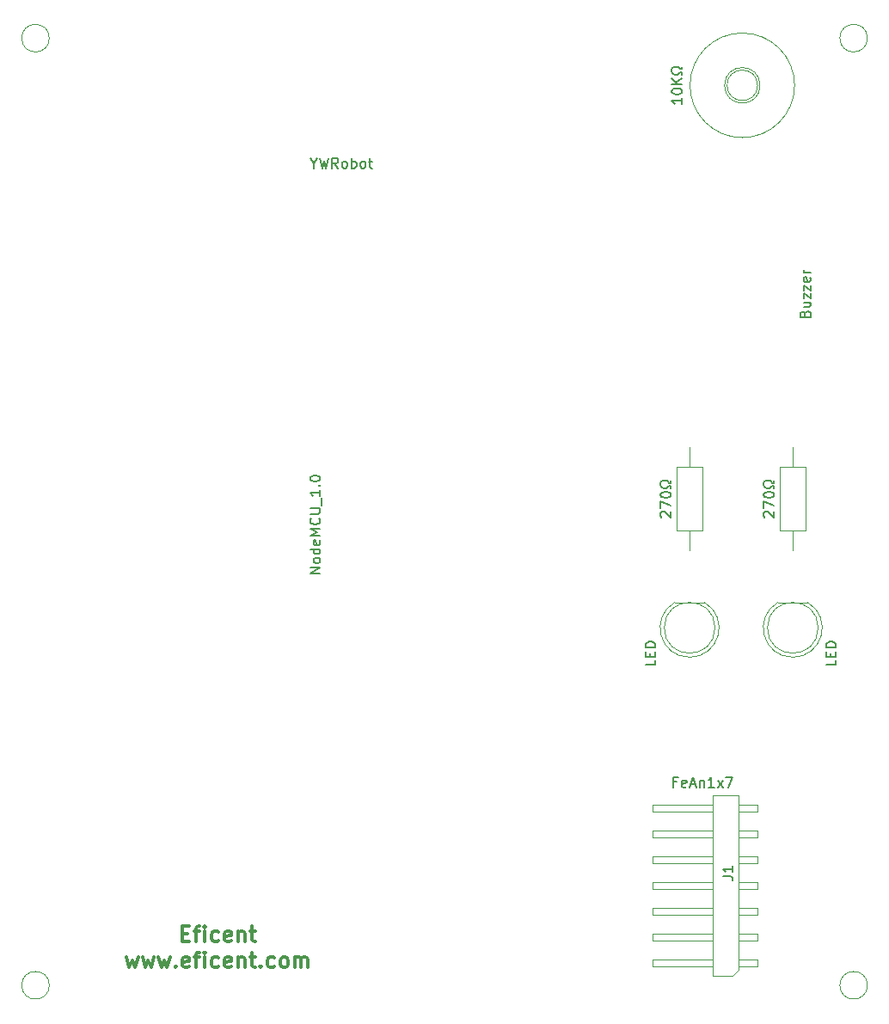
<source format=gbr>
G04 #@! TF.FileFunction,Other,Fab,Top*
%FSLAX46Y46*%
G04 Gerber Fmt 4.6, Leading zero omitted, Abs format (unit mm)*
G04 Created by KiCad (PCBNEW 4.0.7-e2-6376~58~ubuntu16.04.1) date Fri Feb  2 08:04:35 2018*
%MOMM*%
%LPD*%
G01*
G04 APERTURE LIST*
%ADD10C,0.100000*%
%ADD11C,0.300000*%
%ADD12C,0.150000*%
G04 APERTURE END LIST*
D10*
D11*
X129113400Y-149493857D02*
X129613400Y-149493857D01*
X129827686Y-150279571D02*
X129113400Y-150279571D01*
X129113400Y-148779571D01*
X129827686Y-148779571D01*
X130256257Y-149279571D02*
X130827686Y-149279571D01*
X130470543Y-150279571D02*
X130470543Y-148993857D01*
X130541971Y-148851000D01*
X130684829Y-148779571D01*
X130827686Y-148779571D01*
X131327686Y-150279571D02*
X131327686Y-149279571D01*
X131327686Y-148779571D02*
X131256257Y-148851000D01*
X131327686Y-148922429D01*
X131399114Y-148851000D01*
X131327686Y-148779571D01*
X131327686Y-148922429D01*
X132684829Y-150208143D02*
X132541972Y-150279571D01*
X132256258Y-150279571D01*
X132113400Y-150208143D01*
X132041972Y-150136714D01*
X131970543Y-149993857D01*
X131970543Y-149565286D01*
X132041972Y-149422429D01*
X132113400Y-149351000D01*
X132256258Y-149279571D01*
X132541972Y-149279571D01*
X132684829Y-149351000D01*
X133899114Y-150208143D02*
X133756257Y-150279571D01*
X133470543Y-150279571D01*
X133327686Y-150208143D01*
X133256257Y-150065286D01*
X133256257Y-149493857D01*
X133327686Y-149351000D01*
X133470543Y-149279571D01*
X133756257Y-149279571D01*
X133899114Y-149351000D01*
X133970543Y-149493857D01*
X133970543Y-149636714D01*
X133256257Y-149779571D01*
X134613400Y-149279571D02*
X134613400Y-150279571D01*
X134613400Y-149422429D02*
X134684828Y-149351000D01*
X134827686Y-149279571D01*
X135041971Y-149279571D01*
X135184828Y-149351000D01*
X135256257Y-149493857D01*
X135256257Y-150279571D01*
X135756257Y-149279571D02*
X136327686Y-149279571D01*
X135970543Y-148779571D02*
X135970543Y-150065286D01*
X136041971Y-150208143D01*
X136184829Y-150279571D01*
X136327686Y-150279571D01*
X123613400Y-151829571D02*
X123899114Y-152829571D01*
X124184828Y-152115286D01*
X124470543Y-152829571D01*
X124756257Y-151829571D01*
X125184829Y-151829571D02*
X125470543Y-152829571D01*
X125756257Y-152115286D01*
X126041972Y-152829571D01*
X126327686Y-151829571D01*
X126756258Y-151829571D02*
X127041972Y-152829571D01*
X127327686Y-152115286D01*
X127613401Y-152829571D01*
X127899115Y-151829571D01*
X128470544Y-152686714D02*
X128541972Y-152758143D01*
X128470544Y-152829571D01*
X128399115Y-152758143D01*
X128470544Y-152686714D01*
X128470544Y-152829571D01*
X129756258Y-152758143D02*
X129613401Y-152829571D01*
X129327687Y-152829571D01*
X129184830Y-152758143D01*
X129113401Y-152615286D01*
X129113401Y-152043857D01*
X129184830Y-151901000D01*
X129327687Y-151829571D01*
X129613401Y-151829571D01*
X129756258Y-151901000D01*
X129827687Y-152043857D01*
X129827687Y-152186714D01*
X129113401Y-152329571D01*
X130256258Y-151829571D02*
X130827687Y-151829571D01*
X130470544Y-152829571D02*
X130470544Y-151543857D01*
X130541972Y-151401000D01*
X130684830Y-151329571D01*
X130827687Y-151329571D01*
X131327687Y-152829571D02*
X131327687Y-151829571D01*
X131327687Y-151329571D02*
X131256258Y-151401000D01*
X131327687Y-151472429D01*
X131399115Y-151401000D01*
X131327687Y-151329571D01*
X131327687Y-151472429D01*
X132684830Y-152758143D02*
X132541973Y-152829571D01*
X132256259Y-152829571D01*
X132113401Y-152758143D01*
X132041973Y-152686714D01*
X131970544Y-152543857D01*
X131970544Y-152115286D01*
X132041973Y-151972429D01*
X132113401Y-151901000D01*
X132256259Y-151829571D01*
X132541973Y-151829571D01*
X132684830Y-151901000D01*
X133899115Y-152758143D02*
X133756258Y-152829571D01*
X133470544Y-152829571D01*
X133327687Y-152758143D01*
X133256258Y-152615286D01*
X133256258Y-152043857D01*
X133327687Y-151901000D01*
X133470544Y-151829571D01*
X133756258Y-151829571D01*
X133899115Y-151901000D01*
X133970544Y-152043857D01*
X133970544Y-152186714D01*
X133256258Y-152329571D01*
X134613401Y-151829571D02*
X134613401Y-152829571D01*
X134613401Y-151972429D02*
X134684829Y-151901000D01*
X134827687Y-151829571D01*
X135041972Y-151829571D01*
X135184829Y-151901000D01*
X135256258Y-152043857D01*
X135256258Y-152829571D01*
X135756258Y-151829571D02*
X136327687Y-151829571D01*
X135970544Y-151329571D02*
X135970544Y-152615286D01*
X136041972Y-152758143D01*
X136184830Y-152829571D01*
X136327687Y-152829571D01*
X136827687Y-152686714D02*
X136899115Y-152758143D01*
X136827687Y-152829571D01*
X136756258Y-152758143D01*
X136827687Y-152686714D01*
X136827687Y-152829571D01*
X138184830Y-152758143D02*
X138041973Y-152829571D01*
X137756259Y-152829571D01*
X137613401Y-152758143D01*
X137541973Y-152686714D01*
X137470544Y-152543857D01*
X137470544Y-152115286D01*
X137541973Y-151972429D01*
X137613401Y-151901000D01*
X137756259Y-151829571D01*
X138041973Y-151829571D01*
X138184830Y-151901000D01*
X139041973Y-152829571D02*
X138899115Y-152758143D01*
X138827687Y-152686714D01*
X138756258Y-152543857D01*
X138756258Y-152115286D01*
X138827687Y-151972429D01*
X138899115Y-151901000D01*
X139041973Y-151829571D01*
X139256258Y-151829571D01*
X139399115Y-151901000D01*
X139470544Y-151972429D01*
X139541973Y-152115286D01*
X139541973Y-152543857D01*
X139470544Y-152686714D01*
X139399115Y-152758143D01*
X139256258Y-152829571D01*
X139041973Y-152829571D01*
X140184830Y-152829571D02*
X140184830Y-151829571D01*
X140184830Y-151972429D02*
X140256258Y-151901000D01*
X140399116Y-151829571D01*
X140613401Y-151829571D01*
X140756258Y-151901000D01*
X140827687Y-152043857D01*
X140827687Y-152829571D01*
X140827687Y-152043857D02*
X140899116Y-151901000D01*
X141041973Y-151829571D01*
X141256258Y-151829571D01*
X141399116Y-151901000D01*
X141470544Y-152043857D01*
X141470544Y-152829571D01*
D10*
X177600334Y-116879984D02*
G75*
G03X180539694Y-116880000I1469666J-2500016D01*
G01*
X181570000Y-119380000D02*
G75*
G03X181570000Y-119380000I-2500000J0D01*
G01*
X180539694Y-116880000D02*
X177600306Y-116880000D01*
X187760334Y-116879984D02*
G75*
G03X190699694Y-116880000I1469666J-2500016D01*
G01*
X191730000Y-119380000D02*
G75*
G03X191730000Y-119380000I-2500000J0D01*
G01*
X190699694Y-116880000D02*
X187760306Y-116880000D01*
X183285000Y-153670000D02*
X181380000Y-153670000D01*
X181380000Y-153670000D02*
X181380000Y-135890000D01*
X181380000Y-135890000D02*
X183920000Y-135890000D01*
X183920000Y-135890000D02*
X183920000Y-153035000D01*
X183920000Y-153035000D02*
X183285000Y-153670000D01*
X185740000Y-152720000D02*
X183920000Y-152720000D01*
X185740000Y-152720000D02*
X185740000Y-152080000D01*
X185740000Y-152080000D02*
X183920000Y-152080000D01*
X181380000Y-152720000D02*
X175380000Y-152720000D01*
X175380000Y-152720000D02*
X175380000Y-152080000D01*
X181380000Y-152080000D02*
X175380000Y-152080000D01*
X185740000Y-150180000D02*
X183920000Y-150180000D01*
X185740000Y-150180000D02*
X185740000Y-149540000D01*
X185740000Y-149540000D02*
X183920000Y-149540000D01*
X181380000Y-150180000D02*
X175380000Y-150180000D01*
X175380000Y-150180000D02*
X175380000Y-149540000D01*
X181380000Y-149540000D02*
X175380000Y-149540000D01*
X185740000Y-147640000D02*
X183920000Y-147640000D01*
X185740000Y-147640000D02*
X185740000Y-147000000D01*
X185740000Y-147000000D02*
X183920000Y-147000000D01*
X181380000Y-147640000D02*
X175380000Y-147640000D01*
X175380000Y-147640000D02*
X175380000Y-147000000D01*
X181380000Y-147000000D02*
X175380000Y-147000000D01*
X185740000Y-145100000D02*
X183920000Y-145100000D01*
X185740000Y-145100000D02*
X185740000Y-144460000D01*
X185740000Y-144460000D02*
X183920000Y-144460000D01*
X181380000Y-145100000D02*
X175380000Y-145100000D01*
X175380000Y-145100000D02*
X175380000Y-144460000D01*
X181380000Y-144460000D02*
X175380000Y-144460000D01*
X185740000Y-142560000D02*
X183920000Y-142560000D01*
X185740000Y-142560000D02*
X185740000Y-141920000D01*
X185740000Y-141920000D02*
X183920000Y-141920000D01*
X181380000Y-142560000D02*
X175380000Y-142560000D01*
X175380000Y-142560000D02*
X175380000Y-141920000D01*
X181380000Y-141920000D02*
X175380000Y-141920000D01*
X185740000Y-140020000D02*
X183920000Y-140020000D01*
X185740000Y-140020000D02*
X185740000Y-139380000D01*
X185740000Y-139380000D02*
X183920000Y-139380000D01*
X181380000Y-140020000D02*
X175380000Y-140020000D01*
X175380000Y-140020000D02*
X175380000Y-139380000D01*
X181380000Y-139380000D02*
X175380000Y-139380000D01*
X185740000Y-137480000D02*
X183920000Y-137480000D01*
X185740000Y-137480000D02*
X185740000Y-136840000D01*
X185740000Y-136840000D02*
X183920000Y-136840000D01*
X181380000Y-137480000D02*
X175380000Y-137480000D01*
X175380000Y-137480000D02*
X175380000Y-136840000D01*
X181380000Y-136840000D02*
X175380000Y-136840000D01*
X180320000Y-103530000D02*
X177820000Y-103530000D01*
X177820000Y-103530000D02*
X177820000Y-109830000D01*
X177820000Y-109830000D02*
X180320000Y-109830000D01*
X180320000Y-109830000D02*
X180320000Y-103530000D01*
X179070000Y-101600000D02*
X179070000Y-103530000D01*
X179070000Y-111760000D02*
X179070000Y-109830000D01*
X190480000Y-103530000D02*
X187980000Y-103530000D01*
X187980000Y-103530000D02*
X187980000Y-109830000D01*
X187980000Y-109830000D02*
X190480000Y-109830000D01*
X190480000Y-109830000D02*
X190480000Y-103530000D01*
X189230000Y-101600000D02*
X189230000Y-103530000D01*
X189230000Y-111760000D02*
X189230000Y-109830000D01*
X189410000Y-65960000D02*
G75*
G03X189410000Y-65960000I-5150000J0D01*
G01*
X186010000Y-65960000D02*
G75*
G03X186010000Y-65960000I-1750000J0D01*
G01*
X185760000Y-65960000D02*
G75*
G03X185760000Y-65960000I-1500000J0D01*
G01*
X116015747Y-61315600D02*
G75*
G03X116015747Y-61315600I-1360147J0D01*
G01*
X116015747Y-154584400D02*
G75*
G03X116015747Y-154584400I-1360147J0D01*
G01*
X196584547Y-154584400D02*
G75*
G03X196584547Y-154584400I-1360147J0D01*
G01*
X196584547Y-61315600D02*
G75*
G03X196584547Y-61315600I-1360147J0D01*
G01*
D12*
X190443571Y-88453571D02*
X190491190Y-88310714D01*
X190538810Y-88263095D01*
X190634048Y-88215476D01*
X190776905Y-88215476D01*
X190872143Y-88263095D01*
X190919762Y-88310714D01*
X190967381Y-88405952D01*
X190967381Y-88786905D01*
X189967381Y-88786905D01*
X189967381Y-88453571D01*
X190015000Y-88358333D01*
X190062619Y-88310714D01*
X190157857Y-88263095D01*
X190253095Y-88263095D01*
X190348333Y-88310714D01*
X190395952Y-88358333D01*
X190443571Y-88453571D01*
X190443571Y-88786905D01*
X190300714Y-87358333D02*
X190967381Y-87358333D01*
X190300714Y-87786905D02*
X190824524Y-87786905D01*
X190919762Y-87739286D01*
X190967381Y-87644048D01*
X190967381Y-87501190D01*
X190919762Y-87405952D01*
X190872143Y-87358333D01*
X190300714Y-86977381D02*
X190300714Y-86453571D01*
X190967381Y-86977381D01*
X190967381Y-86453571D01*
X190300714Y-86167857D02*
X190300714Y-85644047D01*
X190967381Y-86167857D01*
X190967381Y-85644047D01*
X190919762Y-84882142D02*
X190967381Y-84977380D01*
X190967381Y-85167857D01*
X190919762Y-85263095D01*
X190824524Y-85310714D01*
X190443571Y-85310714D01*
X190348333Y-85263095D01*
X190300714Y-85167857D01*
X190300714Y-84977380D01*
X190348333Y-84882142D01*
X190443571Y-84834523D01*
X190538810Y-84834523D01*
X190634048Y-85310714D01*
X190967381Y-84405952D02*
X190300714Y-84405952D01*
X190491190Y-84405952D02*
X190395952Y-84358333D01*
X190348333Y-84310714D01*
X190300714Y-84215476D01*
X190300714Y-84120237D01*
X175712381Y-122562857D02*
X175712381Y-123039048D01*
X174712381Y-123039048D01*
X175188571Y-122229524D02*
X175188571Y-121896190D01*
X175712381Y-121753333D02*
X175712381Y-122229524D01*
X174712381Y-122229524D01*
X174712381Y-121753333D01*
X175712381Y-121324762D02*
X174712381Y-121324762D01*
X174712381Y-121086667D01*
X174760000Y-120943809D01*
X174855238Y-120848571D01*
X174950476Y-120800952D01*
X175140952Y-120753333D01*
X175283810Y-120753333D01*
X175474286Y-120800952D01*
X175569524Y-120848571D01*
X175664762Y-120943809D01*
X175712381Y-121086667D01*
X175712381Y-121324762D01*
X193492381Y-122562857D02*
X193492381Y-123039048D01*
X192492381Y-123039048D01*
X192968571Y-122229524D02*
X192968571Y-121896190D01*
X193492381Y-121753333D02*
X193492381Y-122229524D01*
X192492381Y-122229524D01*
X192492381Y-121753333D01*
X193492381Y-121324762D02*
X192492381Y-121324762D01*
X192492381Y-121086667D01*
X192540000Y-120943809D01*
X192635238Y-120848571D01*
X192730476Y-120800952D01*
X192920952Y-120753333D01*
X193063810Y-120753333D01*
X193254286Y-120800952D01*
X193349524Y-120848571D01*
X193444762Y-120943809D01*
X193492381Y-121086667D01*
X193492381Y-121324762D01*
X177816191Y-134548571D02*
X177482857Y-134548571D01*
X177482857Y-135072381D02*
X177482857Y-134072381D01*
X177959048Y-134072381D01*
X178720953Y-135024762D02*
X178625715Y-135072381D01*
X178435238Y-135072381D01*
X178340000Y-135024762D01*
X178292381Y-134929524D01*
X178292381Y-134548571D01*
X178340000Y-134453333D01*
X178435238Y-134405714D01*
X178625715Y-134405714D01*
X178720953Y-134453333D01*
X178768572Y-134548571D01*
X178768572Y-134643810D01*
X178292381Y-134739048D01*
X179149524Y-134786667D02*
X179625715Y-134786667D01*
X179054286Y-135072381D02*
X179387619Y-134072381D01*
X179720953Y-135072381D01*
X180054286Y-134405714D02*
X180054286Y-135072381D01*
X180054286Y-134500952D02*
X180101905Y-134453333D01*
X180197143Y-134405714D01*
X180340001Y-134405714D01*
X180435239Y-134453333D01*
X180482858Y-134548571D01*
X180482858Y-135072381D01*
X181482858Y-135072381D02*
X180911429Y-135072381D01*
X181197143Y-135072381D02*
X181197143Y-134072381D01*
X181101905Y-134215238D01*
X181006667Y-134310476D01*
X180911429Y-134358095D01*
X181816191Y-135072381D02*
X182340001Y-134405714D01*
X181816191Y-134405714D02*
X182340001Y-135072381D01*
X182625715Y-134072381D02*
X183292382Y-134072381D01*
X182863810Y-135072381D01*
X182332381Y-143843333D02*
X183046667Y-143843333D01*
X183189524Y-143890953D01*
X183284762Y-143986191D01*
X183332381Y-144129048D01*
X183332381Y-144224286D01*
X183332381Y-142843333D02*
X183332381Y-143414762D01*
X183332381Y-143129048D02*
X182332381Y-143129048D01*
X182475238Y-143224286D01*
X182570476Y-143319524D01*
X182618095Y-143414762D01*
X176307619Y-108489524D02*
X176260000Y-108441905D01*
X176212381Y-108346667D01*
X176212381Y-108108571D01*
X176260000Y-108013333D01*
X176307619Y-107965714D01*
X176402857Y-107918095D01*
X176498095Y-107918095D01*
X176640952Y-107965714D01*
X177212381Y-108537143D01*
X177212381Y-107918095D01*
X176212381Y-107584762D02*
X176212381Y-106918095D01*
X177212381Y-107346667D01*
X176212381Y-106346667D02*
X176212381Y-106251428D01*
X176260000Y-106156190D01*
X176307619Y-106108571D01*
X176402857Y-106060952D01*
X176593333Y-106013333D01*
X176831429Y-106013333D01*
X177021905Y-106060952D01*
X177117143Y-106108571D01*
X177164762Y-106156190D01*
X177212381Y-106251428D01*
X177212381Y-106346667D01*
X177164762Y-106441905D01*
X177117143Y-106489524D01*
X177021905Y-106537143D01*
X176831429Y-106584762D01*
X176593333Y-106584762D01*
X176402857Y-106537143D01*
X176307619Y-106489524D01*
X176260000Y-106441905D01*
X176212381Y-106346667D01*
X177212381Y-105632381D02*
X177212381Y-105394286D01*
X177021905Y-105394286D01*
X176974286Y-105489524D01*
X176879048Y-105584762D01*
X176736190Y-105632381D01*
X176498095Y-105632381D01*
X176355238Y-105584762D01*
X176260000Y-105489524D01*
X176212381Y-105346667D01*
X176212381Y-105156190D01*
X176260000Y-105013333D01*
X176355238Y-104918095D01*
X176498095Y-104870476D01*
X176736190Y-104870476D01*
X176879048Y-104918095D01*
X176974286Y-105013333D01*
X177021905Y-105108571D01*
X177212381Y-105108571D01*
X177212381Y-104870476D01*
X186467619Y-108489524D02*
X186420000Y-108441905D01*
X186372381Y-108346667D01*
X186372381Y-108108571D01*
X186420000Y-108013333D01*
X186467619Y-107965714D01*
X186562857Y-107918095D01*
X186658095Y-107918095D01*
X186800952Y-107965714D01*
X187372381Y-108537143D01*
X187372381Y-107918095D01*
X186372381Y-107584762D02*
X186372381Y-106918095D01*
X187372381Y-107346667D01*
X186372381Y-106346667D02*
X186372381Y-106251428D01*
X186420000Y-106156190D01*
X186467619Y-106108571D01*
X186562857Y-106060952D01*
X186753333Y-106013333D01*
X186991429Y-106013333D01*
X187181905Y-106060952D01*
X187277143Y-106108571D01*
X187324762Y-106156190D01*
X187372381Y-106251428D01*
X187372381Y-106346667D01*
X187324762Y-106441905D01*
X187277143Y-106489524D01*
X187181905Y-106537143D01*
X186991429Y-106584762D01*
X186753333Y-106584762D01*
X186562857Y-106537143D01*
X186467619Y-106489524D01*
X186420000Y-106441905D01*
X186372381Y-106346667D01*
X187372381Y-105632381D02*
X187372381Y-105394286D01*
X187181905Y-105394286D01*
X187134286Y-105489524D01*
X187039048Y-105584762D01*
X186896190Y-105632381D01*
X186658095Y-105632381D01*
X186515238Y-105584762D01*
X186420000Y-105489524D01*
X186372381Y-105346667D01*
X186372381Y-105156190D01*
X186420000Y-105013333D01*
X186515238Y-104918095D01*
X186658095Y-104870476D01*
X186896190Y-104870476D01*
X187039048Y-104918095D01*
X187134286Y-105013333D01*
X187181905Y-105108571D01*
X187372381Y-105108571D01*
X187372381Y-104870476D01*
X142692381Y-114005714D02*
X141692381Y-114005714D01*
X142692381Y-113434285D01*
X141692381Y-113434285D01*
X142692381Y-112815238D02*
X142644762Y-112910476D01*
X142597143Y-112958095D01*
X142501905Y-113005714D01*
X142216190Y-113005714D01*
X142120952Y-112958095D01*
X142073333Y-112910476D01*
X142025714Y-112815238D01*
X142025714Y-112672380D01*
X142073333Y-112577142D01*
X142120952Y-112529523D01*
X142216190Y-112481904D01*
X142501905Y-112481904D01*
X142597143Y-112529523D01*
X142644762Y-112577142D01*
X142692381Y-112672380D01*
X142692381Y-112815238D01*
X142692381Y-111624761D02*
X141692381Y-111624761D01*
X142644762Y-111624761D02*
X142692381Y-111719999D01*
X142692381Y-111910476D01*
X142644762Y-112005714D01*
X142597143Y-112053333D01*
X142501905Y-112100952D01*
X142216190Y-112100952D01*
X142120952Y-112053333D01*
X142073333Y-112005714D01*
X142025714Y-111910476D01*
X142025714Y-111719999D01*
X142073333Y-111624761D01*
X142644762Y-110767618D02*
X142692381Y-110862856D01*
X142692381Y-111053333D01*
X142644762Y-111148571D01*
X142549524Y-111196190D01*
X142168571Y-111196190D01*
X142073333Y-111148571D01*
X142025714Y-111053333D01*
X142025714Y-110862856D01*
X142073333Y-110767618D01*
X142168571Y-110719999D01*
X142263810Y-110719999D01*
X142359048Y-111196190D01*
X142692381Y-110291428D02*
X141692381Y-110291428D01*
X142406667Y-109958094D01*
X141692381Y-109624761D01*
X142692381Y-109624761D01*
X142597143Y-108577142D02*
X142644762Y-108624761D01*
X142692381Y-108767618D01*
X142692381Y-108862856D01*
X142644762Y-109005714D01*
X142549524Y-109100952D01*
X142454286Y-109148571D01*
X142263810Y-109196190D01*
X142120952Y-109196190D01*
X141930476Y-109148571D01*
X141835238Y-109100952D01*
X141740000Y-109005714D01*
X141692381Y-108862856D01*
X141692381Y-108767618D01*
X141740000Y-108624761D01*
X141787619Y-108577142D01*
X141692381Y-108148571D02*
X142501905Y-108148571D01*
X142597143Y-108100952D01*
X142644762Y-108053333D01*
X142692381Y-107958095D01*
X142692381Y-107767618D01*
X142644762Y-107672380D01*
X142597143Y-107624761D01*
X142501905Y-107577142D01*
X141692381Y-107577142D01*
X142787619Y-107339047D02*
X142787619Y-106577142D01*
X142692381Y-105815237D02*
X142692381Y-106386666D01*
X142692381Y-106100952D02*
X141692381Y-106100952D01*
X141835238Y-106196190D01*
X141930476Y-106291428D01*
X141978095Y-106386666D01*
X142597143Y-105386666D02*
X142644762Y-105339047D01*
X142692381Y-105386666D01*
X142644762Y-105434285D01*
X142597143Y-105386666D01*
X142692381Y-105386666D01*
X141692381Y-104720000D02*
X141692381Y-104624761D01*
X141740000Y-104529523D01*
X141787619Y-104481904D01*
X141882857Y-104434285D01*
X142073333Y-104386666D01*
X142311429Y-104386666D01*
X142501905Y-104434285D01*
X142597143Y-104481904D01*
X142644762Y-104529523D01*
X142692381Y-104624761D01*
X142692381Y-104720000D01*
X142644762Y-104815238D01*
X142597143Y-104862857D01*
X142501905Y-104910476D01*
X142311429Y-104958095D01*
X142073333Y-104958095D01*
X141882857Y-104910476D01*
X141787619Y-104862857D01*
X141740000Y-104815238D01*
X141692381Y-104720000D01*
X142065714Y-73636190D02*
X142065714Y-74112381D01*
X141732381Y-73112381D02*
X142065714Y-73636190D01*
X142399048Y-73112381D01*
X142637143Y-73112381D02*
X142875238Y-74112381D01*
X143065715Y-73398095D01*
X143256191Y-74112381D01*
X143494286Y-73112381D01*
X144446667Y-74112381D02*
X144113333Y-73636190D01*
X143875238Y-74112381D02*
X143875238Y-73112381D01*
X144256191Y-73112381D01*
X144351429Y-73160000D01*
X144399048Y-73207619D01*
X144446667Y-73302857D01*
X144446667Y-73445714D01*
X144399048Y-73540952D01*
X144351429Y-73588571D01*
X144256191Y-73636190D01*
X143875238Y-73636190D01*
X145018095Y-74112381D02*
X144922857Y-74064762D01*
X144875238Y-74017143D01*
X144827619Y-73921905D01*
X144827619Y-73636190D01*
X144875238Y-73540952D01*
X144922857Y-73493333D01*
X145018095Y-73445714D01*
X145160953Y-73445714D01*
X145256191Y-73493333D01*
X145303810Y-73540952D01*
X145351429Y-73636190D01*
X145351429Y-73921905D01*
X145303810Y-74017143D01*
X145256191Y-74064762D01*
X145160953Y-74112381D01*
X145018095Y-74112381D01*
X145780000Y-74112381D02*
X145780000Y-73112381D01*
X145780000Y-73493333D02*
X145875238Y-73445714D01*
X146065715Y-73445714D01*
X146160953Y-73493333D01*
X146208572Y-73540952D01*
X146256191Y-73636190D01*
X146256191Y-73921905D01*
X146208572Y-74017143D01*
X146160953Y-74064762D01*
X146065715Y-74112381D01*
X145875238Y-74112381D01*
X145780000Y-74064762D01*
X146827619Y-74112381D02*
X146732381Y-74064762D01*
X146684762Y-74017143D01*
X146637143Y-73921905D01*
X146637143Y-73636190D01*
X146684762Y-73540952D01*
X146732381Y-73493333D01*
X146827619Y-73445714D01*
X146970477Y-73445714D01*
X147065715Y-73493333D01*
X147113334Y-73540952D01*
X147160953Y-73636190D01*
X147160953Y-73921905D01*
X147113334Y-74017143D01*
X147065715Y-74064762D01*
X146970477Y-74112381D01*
X146827619Y-74112381D01*
X147446667Y-73445714D02*
X147827619Y-73445714D01*
X147589524Y-73112381D02*
X147589524Y-73969524D01*
X147637143Y-74064762D01*
X147732381Y-74112381D01*
X147827619Y-74112381D01*
X178312381Y-67221904D02*
X178312381Y-67793333D01*
X178312381Y-67507619D02*
X177312381Y-67507619D01*
X177455238Y-67602857D01*
X177550476Y-67698095D01*
X177598095Y-67793333D01*
X177312381Y-66602857D02*
X177312381Y-66507618D01*
X177360000Y-66412380D01*
X177407619Y-66364761D01*
X177502857Y-66317142D01*
X177693333Y-66269523D01*
X177931429Y-66269523D01*
X178121905Y-66317142D01*
X178217143Y-66364761D01*
X178264762Y-66412380D01*
X178312381Y-66507618D01*
X178312381Y-66602857D01*
X178264762Y-66698095D01*
X178217143Y-66745714D01*
X178121905Y-66793333D01*
X177931429Y-66840952D01*
X177693333Y-66840952D01*
X177502857Y-66793333D01*
X177407619Y-66745714D01*
X177360000Y-66698095D01*
X177312381Y-66602857D01*
X178312381Y-65840952D02*
X177312381Y-65840952D01*
X178312381Y-65269523D02*
X177740952Y-65698095D01*
X177312381Y-65269523D02*
X177883810Y-65840952D01*
X178312381Y-64888571D02*
X178312381Y-64650476D01*
X178121905Y-64650476D01*
X178074286Y-64745714D01*
X177979048Y-64840952D01*
X177836190Y-64888571D01*
X177598095Y-64888571D01*
X177455238Y-64840952D01*
X177360000Y-64745714D01*
X177312381Y-64602857D01*
X177312381Y-64412380D01*
X177360000Y-64269523D01*
X177455238Y-64174285D01*
X177598095Y-64126666D01*
X177836190Y-64126666D01*
X177979048Y-64174285D01*
X178074286Y-64269523D01*
X178121905Y-64364761D01*
X178312381Y-64364761D01*
X178312381Y-64126666D01*
M02*

</source>
